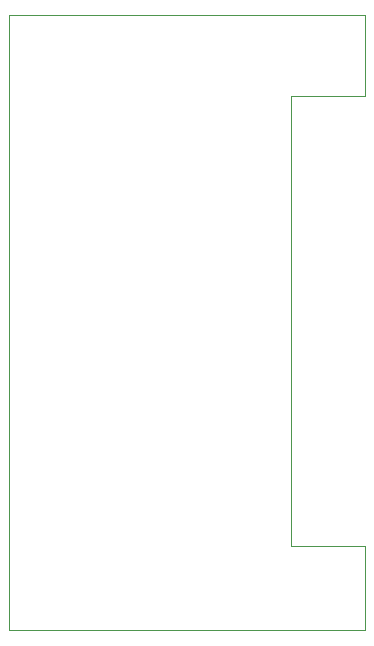
<source format=gm1>
%TF.GenerationSoftware,KiCad,Pcbnew,(5.1.8)-1*%
%TF.CreationDate,2020-12-06T17:51:36-05:00*%
%TF.ProjectId,Breadboar Power Supply v1,42726561-6462-46f6-9172-20506f776572,1.0*%
%TF.SameCoordinates,Original*%
%TF.FileFunction,Profile,NP*%
%FSLAX46Y46*%
G04 Gerber Fmt 4.6, Leading zero omitted, Abs format (unit mm)*
G04 Created by KiCad (PCBNEW (5.1.8)-1) date 2020-12-06 17:51:36*
%MOMM*%
%LPD*%
G01*
G04 APERTURE LIST*
%TA.AperFunction,Profile*%
%ADD10C,0.050000*%
%TD*%
G04 APERTURE END LIST*
D10*
X171958000Y-83947000D02*
X202057000Y-83947000D01*
X202057000Y-90805000D02*
X202057000Y-83947000D01*
X195834000Y-90805000D02*
X202057000Y-90805000D01*
X195834000Y-128905000D02*
X195834000Y-90805000D01*
X202057000Y-128905000D02*
X195834000Y-128905000D01*
X202057000Y-136017000D02*
X202057000Y-128905000D01*
X171958000Y-136017000D02*
X202057000Y-136017000D01*
X171958000Y-83947000D02*
X171958000Y-136017000D01*
M02*

</source>
